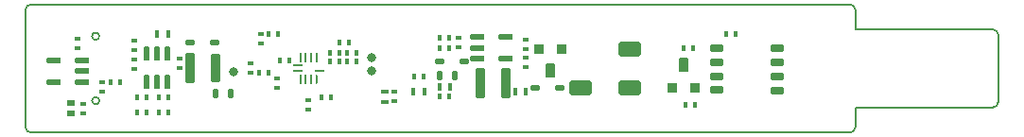
<source format=gbp>
G04*
G04 #@! TF.GenerationSoftware,Altium Limited,Altium Designer,24.2.2 (26)*
G04*
G04 Layer_Color=128*
%FSLAX43Y43*%
%MOMM*%
G71*
G04*
G04 #@! TF.SameCoordinates,1F1FED76-AB6C-4830-BD65-6DDC81D4C714*
G04*
G04*
G04 #@! TF.FilePolarity,Positive*
G04*
G01*
G75*
%ADD10C,0.127*%
%ADD11C,0.203*%
G04:AMPARAMS|DCode=12|XSize=0.4mm|YSize=0.7mm|CornerRadius=0.04mm|HoleSize=0mm|Usage=FLASHONLY|Rotation=270.000|XOffset=0mm|YOffset=0mm|HoleType=Round|Shape=RoundedRectangle|*
%AMROUNDEDRECTD12*
21,1,0.400,0.620,0,0,270.0*
21,1,0.320,0.700,0,0,270.0*
1,1,0.080,-0.310,-0.160*
1,1,0.080,-0.310,0.160*
1,1,0.080,0.310,0.160*
1,1,0.080,0.310,-0.160*
%
%ADD12ROUNDEDRECTD12*%
G04:AMPARAMS|DCode=16|XSize=0.4mm|YSize=0.55mm|CornerRadius=0.04mm|HoleSize=0mm|Usage=FLASHONLY|Rotation=90.000|XOffset=0mm|YOffset=0mm|HoleType=Round|Shape=RoundedRectangle|*
%AMROUNDEDRECTD16*
21,1,0.400,0.470,0,0,90.0*
21,1,0.320,0.550,0,0,90.0*
1,1,0.080,0.235,0.160*
1,1,0.080,0.235,-0.160*
1,1,0.080,-0.235,-0.160*
1,1,0.080,-0.235,0.160*
%
%ADD16ROUNDEDRECTD16*%
G04:AMPARAMS|DCode=18|XSize=0.4mm|YSize=0.7mm|CornerRadius=0.04mm|HoleSize=0mm|Usage=FLASHONLY|Rotation=180.000|XOffset=0mm|YOffset=0mm|HoleType=Round|Shape=RoundedRectangle|*
%AMROUNDEDRECTD18*
21,1,0.400,0.620,0,0,180.0*
21,1,0.320,0.700,0,0,180.0*
1,1,0.080,-0.160,0.310*
1,1,0.080,0.160,0.310*
1,1,0.080,0.160,-0.310*
1,1,0.080,-0.160,-0.310*
%
%ADD18ROUNDEDRECTD18*%
G04:AMPARAMS|DCode=19|XSize=0.4mm|YSize=0.55mm|CornerRadius=0.04mm|HoleSize=0mm|Usage=FLASHONLY|Rotation=180.000|XOffset=0mm|YOffset=0mm|HoleType=Round|Shape=RoundedRectangle|*
%AMROUNDEDRECTD19*
21,1,0.400,0.470,0,0,180.0*
21,1,0.320,0.550,0,0,180.0*
1,1,0.080,-0.160,0.235*
1,1,0.080,0.160,0.235*
1,1,0.080,0.160,-0.235*
1,1,0.080,-0.160,-0.235*
%
%ADD19ROUNDEDRECTD19*%
G04:AMPARAMS|DCode=25|XSize=0.508mm|YSize=1.27mm|CornerRadius=0.051mm|HoleSize=0mm|Usage=FLASHONLY|Rotation=180.000|XOffset=0mm|YOffset=0mm|HoleType=Round|Shape=RoundedRectangle|*
%AMROUNDEDRECTD25*
21,1,0.508,1.168,0,0,180.0*
21,1,0.406,1.270,0,0,180.0*
1,1,0.102,-0.203,0.584*
1,1,0.102,0.203,0.584*
1,1,0.102,0.203,-0.584*
1,1,0.102,-0.203,-0.584*
%
%ADD25ROUNDEDRECTD25*%
%ADD27C,0.800*%
G04:AMPARAMS|DCode=73|XSize=0.508mm|YSize=1.27mm|CornerRadius=0.051mm|HoleSize=0mm|Usage=FLASHONLY|Rotation=270.000|XOffset=0mm|YOffset=0mm|HoleType=Round|Shape=RoundedRectangle|*
%AMROUNDEDRECTD73*
21,1,0.508,1.168,0,0,270.0*
21,1,0.406,1.270,0,0,270.0*
1,1,0.102,-0.584,-0.203*
1,1,0.102,-0.584,0.203*
1,1,0.102,0.584,0.203*
1,1,0.102,0.584,-0.203*
%
%ADD73ROUNDEDRECTD73*%
G04:AMPARAMS|DCode=74|XSize=0.55mm|YSize=0.65mm|CornerRadius=0.055mm|HoleSize=0mm|Usage=FLASHONLY|Rotation=270.000|XOffset=0mm|YOffset=0mm|HoleType=Round|Shape=RoundedRectangle|*
%AMROUNDEDRECTD74*
21,1,0.550,0.540,0,0,270.0*
21,1,0.440,0.650,0,0,270.0*
1,1,0.110,-0.270,-0.220*
1,1,0.110,-0.270,0.220*
1,1,0.110,0.270,0.220*
1,1,0.110,0.270,-0.220*
%
%ADD74ROUNDEDRECTD74*%
G04:AMPARAMS|DCode=75|XSize=0.8mm|YSize=0.5mm|CornerRadius=0.05mm|HoleSize=0mm|Usage=FLASHONLY|Rotation=0.000|XOffset=0mm|YOffset=0mm|HoleType=Round|Shape=RoundedRectangle|*
%AMROUNDEDRECTD75*
21,1,0.800,0.400,0,0,0.0*
21,1,0.700,0.500,0,0,0.0*
1,1,0.100,0.350,-0.200*
1,1,0.100,-0.350,-0.200*
1,1,0.100,-0.350,0.200*
1,1,0.100,0.350,0.200*
%
%ADD75ROUNDEDRECTD75*%
G04:AMPARAMS|DCode=76|XSize=0.5mm|YSize=0.8mm|CornerRadius=0.05mm|HoleSize=0mm|Usage=FLASHONLY|Rotation=180.000|XOffset=0mm|YOffset=0mm|HoleType=Round|Shape=RoundedRectangle|*
%AMROUNDEDRECTD76*
21,1,0.500,0.700,0,0,180.0*
21,1,0.400,0.800,0,0,180.0*
1,1,0.100,-0.200,0.350*
1,1,0.100,0.200,0.350*
1,1,0.100,0.200,-0.350*
1,1,0.100,-0.200,-0.350*
%
%ADD76ROUNDEDRECTD76*%
G04:AMPARAMS|DCode=77|XSize=2mm|YSize=1.3mm|CornerRadius=0.13mm|HoleSize=0mm|Usage=FLASHONLY|Rotation=180.000|XOffset=0mm|YOffset=0mm|HoleType=Round|Shape=RoundedRectangle|*
%AMROUNDEDRECTD77*
21,1,2.000,1.040,0,0,180.0*
21,1,1.740,1.300,0,0,180.0*
1,1,0.260,-0.870,0.520*
1,1,0.260,0.870,0.520*
1,1,0.260,0.870,-0.520*
1,1,0.260,-0.870,-0.520*
%
%ADD77ROUNDEDRECTD77*%
G04:AMPARAMS|DCode=78|XSize=0.8mm|YSize=0.25mm|CornerRadius=0.038mm|HoleSize=0mm|Usage=FLASHONLY|Rotation=270.000|XOffset=0mm|YOffset=0mm|HoleType=Round|Shape=RoundedRectangle|*
%AMROUNDEDRECTD78*
21,1,0.800,0.175,0,0,270.0*
21,1,0.725,0.250,0,0,270.0*
1,1,0.075,-0.088,-0.363*
1,1,0.075,-0.088,0.363*
1,1,0.075,0.088,0.363*
1,1,0.075,0.088,-0.363*
%
%ADD78ROUNDEDRECTD78*%
G04:AMPARAMS|DCode=79|XSize=0.25mm|YSize=0.8mm|CornerRadius=0.1mm|HoleSize=0mm|Usage=FLASHONLY|Rotation=270.000|XOffset=0mm|YOffset=0mm|HoleType=Round|Shape=RoundedRectangle|*
%AMROUNDEDRECTD79*
21,1,0.250,0.600,0,0,270.0*
21,1,0.050,0.800,0,0,270.0*
1,1,0.200,-0.300,-0.025*
1,1,0.200,-0.300,0.025*
1,1,0.200,0.300,0.025*
1,1,0.200,0.300,-0.025*
%
%ADD79ROUNDEDRECTD79*%
G04:AMPARAMS|DCode=80|XSize=0.25mm|YSize=0.8mm|CornerRadius=0.025mm|HoleSize=0mm|Usage=FLASHONLY|Rotation=270.000|XOffset=0mm|YOffset=0mm|HoleType=Round|Shape=RoundedRectangle|*
%AMROUNDEDRECTD80*
21,1,0.250,0.750,0,0,270.0*
21,1,0.200,0.800,0,0,270.0*
1,1,0.050,-0.375,-0.100*
1,1,0.050,-0.375,0.100*
1,1,0.050,0.375,0.100*
1,1,0.050,0.375,-0.100*
%
%ADD80ROUNDEDRECTD80*%
G04:AMPARAMS|DCode=81|XSize=0.8mm|YSize=0.25mm|CornerRadius=0.063mm|HoleSize=0mm|Usage=FLASHONLY|Rotation=270.000|XOffset=0mm|YOffset=0mm|HoleType=Round|Shape=RoundedRectangle|*
%AMROUNDEDRECTD81*
21,1,0.800,0.125,0,0,270.0*
21,1,0.675,0.250,0,0,270.0*
1,1,0.125,-0.063,-0.338*
1,1,0.125,-0.063,0.338*
1,1,0.125,0.063,0.338*
1,1,0.125,0.063,-0.338*
%
%ADD81ROUNDEDRECTD81*%
G04:AMPARAMS|DCode=82|XSize=0.914mm|YSize=0.914mm|CornerRadius=0.091mm|HoleSize=0mm|Usage=FLASHONLY|Rotation=0.000|XOffset=0mm|YOffset=0mm|HoleType=Round|Shape=RoundedRectangle|*
%AMROUNDEDRECTD82*
21,1,0.914,0.732,0,0,0.0*
21,1,0.732,0.914,0,0,0.0*
1,1,0.183,0.366,-0.366*
1,1,0.183,-0.366,-0.366*
1,1,0.183,-0.366,0.366*
1,1,0.183,0.366,0.366*
%
%ADD82ROUNDEDRECTD82*%
G04:AMPARAMS|DCode=83|XSize=0.914mm|YSize=1.27mm|CornerRadius=0.091mm|HoleSize=0mm|Usage=FLASHONLY|Rotation=0.000|XOffset=0mm|YOffset=0mm|HoleType=Round|Shape=RoundedRectangle|*
%AMROUNDEDRECTD83*
21,1,0.914,1.087,0,0,0.0*
21,1,0.732,1.270,0,0,0.0*
1,1,0.183,0.366,-0.544*
1,1,0.183,-0.366,-0.544*
1,1,0.183,-0.366,0.544*
1,1,0.183,0.366,0.544*
%
%ADD83ROUNDEDRECTD83*%
G04:AMPARAMS|DCode=84|XSize=2.7mm|YSize=0.8mm|CornerRadius=0.04mm|HoleSize=0mm|Usage=FLASHONLY|Rotation=90.000|XOffset=0mm|YOffset=0mm|HoleType=Round|Shape=RoundedRectangle|*
%AMROUNDEDRECTD84*
21,1,2.700,0.720,0,0,90.0*
21,1,2.620,0.800,0,0,90.0*
1,1,0.080,0.360,1.310*
1,1,0.080,0.360,-1.310*
1,1,0.080,-0.360,-1.310*
1,1,0.080,-0.360,1.310*
%
%ADD84ROUNDEDRECTD84*%
G04:AMPARAMS|DCode=85|XSize=2.5mm|YSize=0.8mm|CornerRadius=0.04mm|HoleSize=0mm|Usage=FLASHONLY|Rotation=90.000|XOffset=0mm|YOffset=0mm|HoleType=Round|Shape=RoundedRectangle|*
%AMROUNDEDRECTD85*
21,1,2.500,0.720,0,0,90.0*
21,1,2.420,0.800,0,0,90.0*
1,1,0.080,0.360,1.210*
1,1,0.080,0.360,-1.210*
1,1,0.080,-0.360,-1.210*
1,1,0.080,-0.360,1.210*
%
%ADD85ROUNDEDRECTD85*%
G04:AMPARAMS|DCode=86|XSize=1.2mm|YSize=0.6mm|CornerRadius=0.09mm|HoleSize=0mm|Usage=FLASHONLY|Rotation=0.000|XOffset=0mm|YOffset=0mm|HoleType=Round|Shape=RoundedRectangle|*
%AMROUNDEDRECTD86*
21,1,1.200,0.420,0,0,0.0*
21,1,1.020,0.600,0,0,0.0*
1,1,0.180,0.510,-0.210*
1,1,0.180,-0.510,-0.210*
1,1,0.180,-0.510,0.210*
1,1,0.180,0.510,0.210*
%
%ADD86ROUNDEDRECTD86*%
D10*
X5305Y-2890D02*
G03*
X5305Y-2890I-325J0D01*
G01*
Y2890D02*
G03*
X5305Y2890I-325J0D01*
G01*
D11*
X72500Y-5750D02*
G03*
X73000Y-5250I0J500D01*
G01*
X73000Y5250D02*
G03*
X72500Y5750I-500J0D01*
G01*
X85800Y3000D02*
G03*
X85300Y3500I-500J0D01*
G01*
X85300Y-3500D02*
G03*
X85800Y-3000I0J500D01*
G01*
X-800Y5750D02*
G03*
X-1300Y5250I0J-500D01*
G01*
X-1300Y-5250D02*
G03*
X-800Y-5750I500J0D01*
G01*
X85800Y-3000D02*
Y3000D01*
X73000Y3500D02*
X85300D01*
X73000Y-3500D02*
X85300D01*
X73000Y-5250D02*
Y-3500D01*
X-800Y-5750D02*
X72500Y-5750D01*
X73000Y3500D02*
Y5250D01*
X-800Y5750D02*
X72500Y5750D01*
X-1300Y-5250D02*
Y5250D01*
D12*
X30900Y-2100D02*
D03*
Y-3050D02*
D03*
D16*
X12475Y25D02*
D03*
Y875D02*
D03*
X24025Y-3675D02*
D03*
Y-2825D02*
D03*
X21200Y-1725D02*
D03*
Y-875D02*
D03*
X5575Y-2075D02*
D03*
Y-1225D02*
D03*
X19750Y3050D02*
D03*
Y2200D02*
D03*
X18875Y500D02*
D03*
Y-350D02*
D03*
X3325Y1825D02*
D03*
Y2675D02*
D03*
X3850Y-4000D02*
D03*
Y-3150D02*
D03*
X8475Y1625D02*
D03*
Y2475D02*
D03*
Y825D02*
D03*
Y-25D02*
D03*
X31750Y-2100D02*
D03*
Y-2950D02*
D03*
X37500Y2775D02*
D03*
Y1925D02*
D03*
X43525Y2600D02*
D03*
Y1750D02*
D03*
Y950D02*
D03*
Y100D02*
D03*
D18*
X11450Y3075D02*
D03*
X10500D02*
D03*
X35775Y-1650D02*
D03*
X36725D02*
D03*
X33450Y-2100D02*
D03*
X34400D02*
D03*
X43500Y-2050D02*
D03*
X42550D02*
D03*
D19*
X28325Y1400D02*
D03*
X27475D02*
D03*
X10600Y-3950D02*
D03*
X11450D02*
D03*
X8650D02*
D03*
X9500D02*
D03*
X11450Y-2575D02*
D03*
X10600D02*
D03*
X8650D02*
D03*
X9500D02*
D03*
X7150Y-1225D02*
D03*
X6300D02*
D03*
X20475Y-400D02*
D03*
X19625D02*
D03*
X20475Y3050D02*
D03*
X21325D02*
D03*
X26825Y1400D02*
D03*
X25975D02*
D03*
X26825Y2325D02*
D03*
X27675D02*
D03*
X25975Y600D02*
D03*
X26825D02*
D03*
X28325D02*
D03*
X27475D02*
D03*
X22325Y725D02*
D03*
X21475D02*
D03*
X26050Y-2575D02*
D03*
X25200D02*
D03*
X35775Y-2500D02*
D03*
X36625D02*
D03*
X33500Y-700D02*
D03*
X34350D02*
D03*
X36625Y1825D02*
D03*
X35775D02*
D03*
X36625Y2775D02*
D03*
X35775D02*
D03*
X57625Y1850D02*
D03*
X58475D02*
D03*
X62275Y3100D02*
D03*
X61425D02*
D03*
X58625Y-3225D02*
D03*
X57775D02*
D03*
D25*
X9535Y1270D02*
D03*
X11440D02*
D03*
X10500Y-1270D02*
D03*
X9535D02*
D03*
X11440D02*
D03*
X10500Y1270D02*
D03*
D27*
X29700Y-250D02*
D03*
Y1000D02*
D03*
X17350Y-300D02*
D03*
D73*
X41745Y2790D02*
D03*
Y885D02*
D03*
X39205Y1825D02*
D03*
Y2790D02*
D03*
Y885D02*
D03*
X3820Y690D02*
D03*
Y-1215D02*
D03*
Y-250D02*
D03*
X1280Y690D02*
D03*
Y-1215D02*
D03*
D74*
X2775Y-3100D02*
D03*
Y-4050D02*
D03*
D75*
X15600Y2300D02*
D03*
X13400D02*
D03*
X37975Y600D02*
D03*
X35775D02*
D03*
X44375Y-1700D02*
D03*
X46575D02*
D03*
D76*
X17100Y-2250D02*
D03*
X15700D02*
D03*
X35775Y-675D02*
D03*
X37175D02*
D03*
D77*
X52775Y1700D02*
D03*
Y-1700D02*
D03*
X48375Y-1700D02*
D03*
D78*
X23300Y1000D02*
D03*
Y-1000D02*
D03*
X23800Y1000D02*
D03*
X23800Y-1000D02*
D03*
X24300Y1000D02*
D03*
X24300Y-1000D02*
D03*
X24800Y1000D02*
D03*
D79*
X23050Y250D02*
D03*
D80*
X23050Y-250D02*
D03*
X25050D02*
D03*
D81*
X24800Y-1000D02*
D03*
D82*
X44675Y1750D02*
D03*
X46675D02*
D03*
X58625Y-1700D02*
D03*
X56625D02*
D03*
D83*
X45675Y-250D02*
D03*
X57625Y300D02*
D03*
D84*
X39425Y-1300D02*
D03*
X41725D02*
D03*
X13400Y0D02*
D03*
D85*
X15700D02*
D03*
D86*
X66025Y1855D02*
D03*
Y585D02*
D03*
Y-685D02*
D03*
Y-1955D02*
D03*
X60625Y-685D02*
D03*
Y585D02*
D03*
Y1855D02*
D03*
Y-1950D02*
D03*
M02*

</source>
